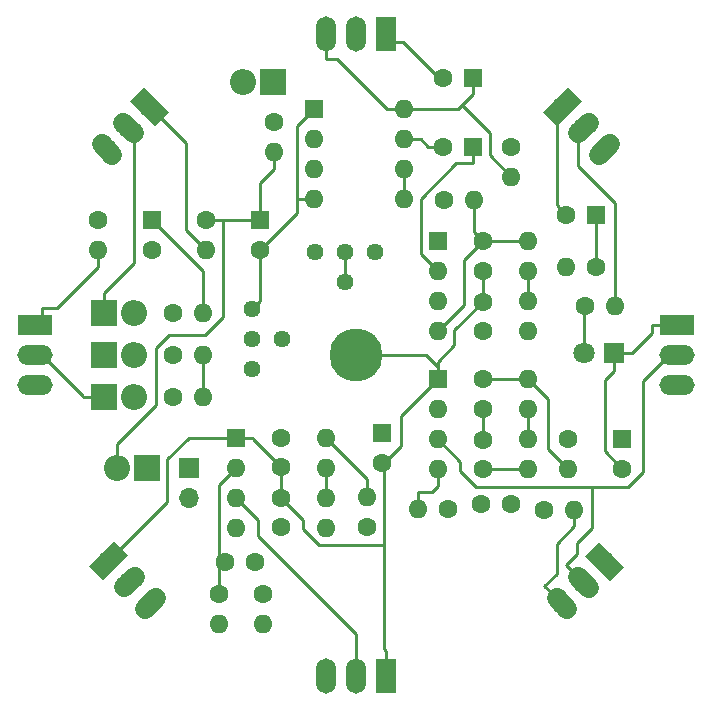
<source format=gbr>
G04 #@! TF.GenerationSoftware,KiCad,Pcbnew,5.0.2-bee76a0~70~ubuntu18.04.1*
G04 #@! TF.CreationDate,2019-07-08T10:40:53+02:00*
G04 #@! TF.ProjectId,neuromime_1.0.1,6e657572-6f6d-4696-9d65-5f312e302e31,rev?*
G04 #@! TF.SameCoordinates,Original*
G04 #@! TF.FileFunction,Copper,L1,Top*
G04 #@! TF.FilePolarity,Positive*
%FSLAX46Y46*%
G04 Gerber Fmt 4.6, Leading zero omitted, Abs format (unit mm)*
G04 Created by KiCad (PCBNEW 5.0.2-bee76a0~70~ubuntu18.04.1) date Mon 08 Jul 2019 10:40:53 AM CEST*
%MOMM*%
%LPD*%
G01*
G04 APERTURE LIST*
G04 #@! TA.AperFunction,ComponentPad*
%ADD10C,1.600000*%
G04 #@! TD*
G04 #@! TA.AperFunction,ComponentPad*
%ADD11R,1.600000X1.600000*%
G04 #@! TD*
G04 #@! TA.AperFunction,ComponentPad*
%ADD12O,1.700000X3.000000*%
G04 #@! TD*
G04 #@! TA.AperFunction,ComponentPad*
%ADD13R,1.700000X3.000000*%
G04 #@! TD*
G04 #@! TA.AperFunction,ComponentPad*
%ADD14C,1.700000*%
G04 #@! TD*
G04 #@! TA.AperFunction,Conductor*
%ADD15C,1.700000*%
G04 #@! TD*
G04 #@! TA.AperFunction,Conductor*
%ADD16C,0.150000*%
G04 #@! TD*
G04 #@! TA.AperFunction,ComponentPad*
%ADD17O,3.000000X1.700000*%
G04 #@! TD*
G04 #@! TA.AperFunction,ComponentPad*
%ADD18R,3.000000X1.700000*%
G04 #@! TD*
G04 #@! TA.AperFunction,ComponentPad*
%ADD19O,1.600000X1.600000*%
G04 #@! TD*
G04 #@! TA.AperFunction,ComponentPad*
%ADD20C,1.800000*%
G04 #@! TD*
G04 #@! TA.AperFunction,ComponentPad*
%ADD21R,1.800000X1.800000*%
G04 #@! TD*
G04 #@! TA.AperFunction,ComponentPad*
%ADD22O,2.200000X2.200000*%
G04 #@! TD*
G04 #@! TA.AperFunction,ComponentPad*
%ADD23R,2.200000X2.200000*%
G04 #@! TD*
G04 #@! TA.AperFunction,ComponentPad*
%ADD24O,1.700000X1.700000*%
G04 #@! TD*
G04 #@! TA.AperFunction,ComponentPad*
%ADD25R,1.700000X1.700000*%
G04 #@! TD*
G04 #@! TA.AperFunction,ComponentPad*
%ADD26C,1.440000*%
G04 #@! TD*
G04 #@! TA.AperFunction,ComponentPad*
%ADD27C,4.500000*%
G04 #@! TD*
G04 #@! TA.AperFunction,Conductor*
%ADD28C,0.250000*%
G04 #@! TD*
G04 APERTURE END LIST*
D10*
G04 #@! TO.P,C8,2*
G04 #@! TO.N,GND*
X167820000Y-38125500D03*
D11*
G04 #@! TO.P,C8,1*
G04 #@! TO.N,Net-(C8-Pad1)*
X170320000Y-38125500D03*
G04 #@! TD*
D10*
G04 #@! TO.P,C1,2*
G04 #@! TO.N,GND*
X157406000Y-26505000D03*
D11*
G04 #@! TO.P,C1,1*
G04 #@! TO.N,VCC*
X159906000Y-26505000D03*
G04 #@! TD*
D10*
G04 #@! TO.P,C4,2*
G04 #@! TO.N,GND*
X141872000Y-41070000D03*
D11*
G04 #@! TO.P,C4,1*
G04 #@! TO.N,refractory*
X141872000Y-38570000D03*
G04 #@! TD*
D10*
G04 #@! TO.P,C5,2*
G04 #@! TO.N,GND*
X132728000Y-41070000D03*
D11*
G04 #@! TO.P,C5,1*
G04 #@! TO.N,Net-(C5-Pad1)*
X132728000Y-38570000D03*
G04 #@! TD*
D10*
G04 #@! TO.P,C6,2*
G04 #@! TO.N,Net-(C6-Pad2)*
X157406000Y-32347000D03*
D11*
G04 #@! TO.P,C6,1*
G04 #@! TO.N,Net-(C6-Pad1)*
X159906000Y-32347000D03*
G04 #@! TD*
D10*
G04 #@! TO.P,C14,2*
G04 #@! TO.N,GND*
X172542000Y-59612000D03*
D11*
G04 #@! TO.P,C14,1*
G04 #@! TO.N,Net-(C14-Pad1)*
X172542000Y-57112000D03*
G04 #@! TD*
D10*
G04 #@! TO.P,C17,2*
G04 #@! TO.N,GND*
X152222000Y-59104000D03*
D11*
G04 #@! TO.P,C17,1*
G04 #@! TO.N,Net-(C17-Pad1)*
X152222000Y-56604000D03*
G04 #@! TD*
D12*
G04 #@! TO.P,K1,3*
G04 #@! TO.N,VCC*
X147460000Y-22807000D03*
G04 #@! TO.P,K1,2*
G04 #@! TO.N,Net-(D4-Pad1)*
X150000000Y-22807000D03*
D13*
G04 #@! TO.P,K1,1*
G04 #@! TO.N,GND*
X152540000Y-22807000D03*
G04 #@! TD*
D14*
G04 #@! TO.P,K2,3*
G04 #@! TO.N,VCC*
X128930279Y-32558483D03*
D15*
G04 #@! TD*
G04 #@! TO.N,VCC*
G04 #@! TO.C,K2*
X128470660Y-32098864D02*
X129389898Y-33018102D01*
D14*
G04 #@! TO.P,K2,2*
G04 #@! TO.N,Net-(D1-Pad1)*
X130726330Y-30762432D03*
D15*
G04 #@! TD*
G04 #@! TO.N,Net-(D1-Pad1)*
G04 #@! TO.C,K2*
X130266711Y-30302813D02*
X131185949Y-31222051D01*
D14*
G04 #@! TO.P,K2,1*
G04 #@! TO.N,GND*
X132522381Y-28966381D03*
D16*
G04 #@! TD*
G04 #@! TO.N,GND*
G04 #@! TO.C,K2*
G36*
X130860680Y-28506762D02*
X132062762Y-27304680D01*
X134184082Y-29426000D01*
X132982000Y-30628082D01*
X130860680Y-28506762D01*
X130860680Y-28506762D01*
G37*
D14*
G04 #@! TO.P,K3,3*
G04 #@! TO.N,VCC*
X132622483Y-71006221D03*
D15*
G04 #@! TD*
G04 #@! TO.N,VCC*
G04 #@! TO.C,K3*
X132162864Y-71465840D02*
X133082102Y-70546602D01*
D14*
G04 #@! TO.P,K3,2*
G04 #@! TO.N,Net-(D2-Pad1)*
X130826432Y-69210170D03*
D15*
G04 #@! TD*
G04 #@! TO.N,Net-(D2-Pad1)*
G04 #@! TO.C,K3*
X130366813Y-69669789D02*
X131286051Y-68750551D01*
D14*
G04 #@! TO.P,K3,1*
G04 #@! TO.N,GND*
X129030381Y-67414119D03*
D16*
G04 #@! TD*
G04 #@! TO.N,GND*
G04 #@! TO.C,K3*
G36*
X128570762Y-69075820D02*
X127368680Y-67873738D01*
X129490000Y-65752418D01*
X130692082Y-66954500D01*
X128570762Y-69075820D01*
X128570762Y-69075820D01*
G37*
D17*
G04 #@! TO.P,K4,3*
G04 #@! TO.N,VCC*
X122807000Y-52540000D03*
G04 #@! TO.P,K4,2*
G04 #@! TO.N,Net-(D3-Pad1)*
X122807000Y-50000000D03*
D18*
G04 #@! TO.P,K4,1*
G04 #@! TO.N,GND*
X122807000Y-47460000D03*
G04 #@! TD*
D19*
G04 #@! TO.P,R2,1*
G04 #@! TO.N,Net-(C5-Pad1)*
X137046000Y-50000000D03*
D10*
G04 #@! TO.P,R2,2*
G04 #@! TO.N,Net-(D2-Pad2)*
X134506000Y-50000000D03*
G04 #@! TD*
D19*
G04 #@! TO.P,R1,1*
G04 #@! TO.N,Net-(C5-Pad1)*
X137046000Y-46444000D03*
D10*
G04 #@! TO.P,R1,2*
G04 #@! TO.N,Net-(D1-Pad2)*
X134506000Y-46444000D03*
G04 #@! TD*
D19*
G04 #@! TO.P,R3,1*
G04 #@! TO.N,Net-(C5-Pad1)*
X137046000Y-53556000D03*
D10*
G04 #@! TO.P,R3,2*
G04 #@! TO.N,Net-(D3-Pad2)*
X134506000Y-53556000D03*
G04 #@! TD*
D19*
G04 #@! TO.P,R4,1*
G04 #@! TO.N,refractory*
X143078000Y-32791500D03*
D10*
G04 #@! TO.P,R4,2*
G04 #@! TO.N,Net-(D4-Pad2)*
X143078000Y-30251500D03*
G04 #@! TD*
D20*
G04 #@! TO.P,D6,2*
G04 #@! TO.N,Net-(D6-Pad2)*
X169304000Y-49809500D03*
D21*
G04 #@! TO.P,D6,1*
G04 #@! TO.N,GND*
X171844000Y-49809500D03*
G04 #@! TD*
D22*
G04 #@! TO.P,D5,2*
G04 #@! TO.N,refractory*
X129744000Y-59525000D03*
D23*
G04 #@! TO.P,D5,1*
G04 #@! TO.N,Net-(D5-Pad1)*
X132284000Y-59525000D03*
G04 #@! TD*
D22*
G04 #@! TO.P,D4,2*
G04 #@! TO.N,Net-(D4-Pad2)*
X140475000Y-26886000D03*
D23*
G04 #@! TO.P,D4,1*
G04 #@! TO.N,Net-(D4-Pad1)*
X143015000Y-26886000D03*
G04 #@! TD*
G04 #@! TO.P,D3,1*
G04 #@! TO.N,Net-(D3-Pad1)*
X128664000Y-53556000D03*
D22*
G04 #@! TO.P,D3,2*
G04 #@! TO.N,Net-(D3-Pad2)*
X131204000Y-53556000D03*
G04 #@! TD*
D24*
G04 #@! TO.P,W3,2*
G04 #@! TO.N,Net-(P5-Pad2)*
X135903000Y-62065000D03*
D25*
G04 #@! TO.P,W3,1*
G04 #@! TO.N,Net-(D5-Pad1)*
X135903000Y-59525000D03*
G04 #@! TD*
D19*
G04 #@! TO.P,U4,8*
G04 #@! TO.N,VCC*
X147460000Y-56985000D03*
G04 #@! TO.P,U4,4*
X139840000Y-64605000D03*
G04 #@! TO.P,U4,7*
G04 #@! TO.N,Net-(C17-Pad1)*
X147460000Y-59525000D03*
G04 #@! TO.P,U4,3*
G04 #@! TO.N,Net-(P5-Pad2)*
X139840000Y-62065000D03*
G04 #@! TO.P,U4,6*
G04 #@! TO.N,Net-(C17-Pad1)*
X147460000Y-62065000D03*
G04 #@! TO.P,U4,2*
G04 #@! TO.N,Net-(C11-Pad1)*
X139840000Y-59525000D03*
G04 #@! TO.P,U4,5*
G04 #@! TO.N,Net-(C16-Pad1)*
X147460000Y-64605000D03*
D11*
G04 #@! TO.P,U4,1*
G04 #@! TO.N,GND*
X139840000Y-56985000D03*
G04 #@! TD*
D19*
G04 #@! TO.P,R14,2*
G04 #@! TO.N,VCC*
X167970000Y-59652000D03*
D10*
G04 #@! TO.P,R14,1*
G04 #@! TO.N,Net-(C14-Pad1)*
X167970000Y-57112000D03*
G04 #@! TD*
G04 #@! TO.P,C11,2*
G04 #@! TO.N,Net-(C10-Pad2)*
X141451000Y-67526000D03*
G04 #@! TO.P,C11,1*
G04 #@! TO.N,Net-(C11-Pad1)*
X138951000Y-67526000D03*
G04 #@! TD*
G04 #@! TO.P,C12,2*
G04 #@! TO.N,GND*
X160732000Y-54532000D03*
G04 #@! TO.P,C12,1*
G04 #@! TO.N,VCC*
X160732000Y-52032000D03*
G04 #@! TD*
G04 #@! TO.P,C13,2*
G04 #@! TO.N,GND*
X160732000Y-42848000D03*
G04 #@! TO.P,C13,1*
G04 #@! TO.N,VCC*
X160732000Y-40348000D03*
G04 #@! TD*
G04 #@! TO.P,C15,2*
G04 #@! TO.N,GND*
X160732000Y-57152000D03*
G04 #@! TO.P,C15,1*
G04 #@! TO.N,Net-(C15-Pad1)*
X160732000Y-59652000D03*
G04 #@! TD*
G04 #@! TO.P,C16,2*
G04 #@! TO.N,GND*
X143650000Y-62065000D03*
G04 #@! TO.P,C16,1*
G04 #@! TO.N,Net-(C16-Pad1)*
X143650000Y-64565000D03*
G04 #@! TD*
D19*
G04 #@! TO.P,U1,8*
G04 #@! TO.N,VCC*
X154064000Y-29172000D03*
G04 #@! TO.P,U1,4*
G04 #@! TO.N,GND*
X146444000Y-36792000D03*
G04 #@! TO.P,U1,7*
G04 #@! TO.N,Net-(C6-Pad2)*
X154064000Y-31712000D03*
G04 #@! TO.P,U1,3*
G04 #@! TO.N,Net-(C5-Pad1)*
X146444000Y-34252000D03*
G04 #@! TO.P,U1,6*
G04 #@! TO.N,Net-(U1-Pad5)*
X154064000Y-34252000D03*
G04 #@! TO.P,U1,2*
G04 #@! TO.N,refractory*
X146444000Y-31712000D03*
G04 #@! TO.P,U1,5*
G04 #@! TO.N,Net-(U1-Pad5)*
X154064000Y-36792000D03*
D11*
G04 #@! TO.P,U1,1*
G04 #@! TO.N,GND*
X146444000Y-29172000D03*
G04 #@! TD*
D19*
G04 #@! TO.P,U2,8*
G04 #@! TO.N,VCC*
X164542000Y-40348000D03*
G04 #@! TO.P,U2,4*
X156922000Y-47968000D03*
G04 #@! TO.P,U2,7*
G04 #@! TO.N,Net-(C8-Pad1)*
X164542000Y-42888000D03*
G04 #@! TO.P,U2,3*
G04 #@! TO.N,Net-(C10-Pad2)*
X156922000Y-45428000D03*
G04 #@! TO.P,U2,6*
G04 #@! TO.N,Net-(C8-Pad1)*
X164542000Y-45428000D03*
G04 #@! TO.P,U2,2*
G04 #@! TO.N,Net-(C6-Pad1)*
X156922000Y-42888000D03*
G04 #@! TO.P,U2,5*
G04 #@! TO.N,Net-(C9-Pad1)*
X164542000Y-47968000D03*
D11*
G04 #@! TO.P,U2,1*
G04 #@! TO.N,GND*
X156922000Y-40348000D03*
G04 #@! TD*
D19*
G04 #@! TO.P,U3,8*
G04 #@! TO.N,VCC*
X164542000Y-52032000D03*
G04 #@! TO.P,U3,4*
X156922000Y-59652000D03*
G04 #@! TO.P,U3,7*
G04 #@! TO.N,Net-(C14-Pad1)*
X164542000Y-54572000D03*
G04 #@! TO.P,U3,3*
G04 #@! TO.N,Net-(P2-Pad2)*
X156922000Y-57112000D03*
G04 #@! TO.P,U3,6*
G04 #@! TO.N,Net-(C14-Pad1)*
X164542000Y-57112000D03*
G04 #@! TO.P,U3,2*
G04 #@! TO.N,Net-(C10-Pad1)*
X156922000Y-54572000D03*
G04 #@! TO.P,U3,5*
G04 #@! TO.N,Net-(C15-Pad1)*
X164542000Y-59652000D03*
D11*
G04 #@! TO.P,U3,1*
G04 #@! TO.N,GND*
X156922000Y-52032000D03*
G04 #@! TD*
D19*
G04 #@! TO.P,R12,2*
G04 #@! TO.N,VCC*
X155270000Y-63017500D03*
D10*
G04 #@! TO.P,R12,1*
G04 #@! TO.N,Net-(C10-Pad1)*
X157810000Y-63017500D03*
G04 #@! TD*
D19*
G04 #@! TO.P,R13,2*
G04 #@! TO.N,VCC*
X138443000Y-72796500D03*
D10*
G04 #@! TO.P,R13,1*
G04 #@! TO.N,Net-(C11-Pad1)*
X138443000Y-70256500D03*
G04 #@! TD*
D19*
G04 #@! TO.P,R10,2*
G04 #@! TO.N,VCC*
X168478000Y-63081000D03*
D10*
G04 #@! TO.P,R10,1*
G04 #@! TO.N,Net-(C10-Pad2)*
X165938000Y-63081000D03*
G04 #@! TD*
D19*
G04 #@! TO.P,R15,2*
G04 #@! TO.N,Net-(P2-Pad2)*
X171908000Y-45809000D03*
D10*
G04 #@! TO.P,R15,1*
G04 #@! TO.N,Net-(D6-Pad2)*
X169368000Y-45809000D03*
G04 #@! TD*
G04 #@! TO.P,C7,2*
G04 #@! TO.N,GND*
X143650000Y-59485000D03*
G04 #@! TO.P,C7,1*
G04 #@! TO.N,VCC*
X143650000Y-56985000D03*
G04 #@! TD*
G04 #@! TO.P,C9,2*
G04 #@! TO.N,GND*
X160732000Y-45468000D03*
G04 #@! TO.P,C9,1*
G04 #@! TO.N,Net-(C9-Pad1)*
X160732000Y-47968000D03*
G04 #@! TD*
G04 #@! TO.P,C10,2*
G04 #@! TO.N,Net-(C10-Pad2)*
X163104000Y-62636500D03*
G04 #@! TO.P,C10,1*
G04 #@! TO.N,Net-(C10-Pad1)*
X160604000Y-62636500D03*
G04 #@! TD*
D19*
G04 #@! TO.P,R11,2*
G04 #@! TO.N,VCC*
X142126000Y-72796500D03*
D10*
G04 #@! TO.P,R11,1*
G04 #@! TO.N,Net-(C10-Pad2)*
X142126000Y-70256500D03*
G04 #@! TD*
D19*
G04 #@! TO.P,R16,2*
G04 #@! TO.N,VCC*
X150952000Y-62001500D03*
D10*
G04 #@! TO.P,R16,1*
G04 #@! TO.N,Net-(C17-Pad1)*
X150952000Y-64541500D03*
G04 #@! TD*
D23*
G04 #@! TO.P,D2,1*
G04 #@! TO.N,Net-(D2-Pad1)*
X128664000Y-50000000D03*
D22*
G04 #@! TO.P,D2,2*
G04 #@! TO.N,Net-(D2-Pad2)*
X131204000Y-50000000D03*
G04 #@! TD*
G04 #@! TO.P,D1,2*
G04 #@! TO.N,Net-(D1-Pad2)*
X131204000Y-46444000D03*
D23*
G04 #@! TO.P,D1,1*
G04 #@! TO.N,Net-(D1-Pad1)*
X128664000Y-46444000D03*
G04 #@! TD*
D19*
G04 #@! TO.P,R9,2*
G04 #@! TO.N,VCC*
X167780000Y-42507000D03*
D10*
G04 #@! TO.P,R9,1*
G04 #@! TO.N,Net-(C8-Pad1)*
X170320000Y-42507000D03*
G04 #@! TD*
D19*
G04 #@! TO.P,R5,2*
G04 #@! TO.N,GND*
X137300000Y-41110000D03*
D10*
G04 #@! TO.P,R5,1*
G04 #@! TO.N,refractory*
X137300000Y-38570000D03*
G04 #@! TD*
D19*
G04 #@! TO.P,R7,2*
G04 #@! TO.N,VCC*
X159970000Y-36855500D03*
D10*
G04 #@! TO.P,R7,1*
G04 #@! TO.N,Net-(C6-Pad2)*
X157430000Y-36855500D03*
G04 #@! TD*
D19*
G04 #@! TO.P,R8,2*
G04 #@! TO.N,VCC*
X163144000Y-34887000D03*
D10*
G04 #@! TO.P,R8,1*
G04 #@! TO.N,Net-(C6-Pad1)*
X163144000Y-32347000D03*
G04 #@! TD*
D19*
G04 #@! TO.P,R6,2*
G04 #@! TO.N,GND*
X128156000Y-41110000D03*
D10*
G04 #@! TO.P,R6,1*
G04 #@! TO.N,Net-(C5-Pad1)*
X128156000Y-38570000D03*
G04 #@! TD*
D14*
G04 #@! TO.P,P2,3*
G04 #@! TO.N,VCC*
X171069721Y-32558483D03*
D15*
G04 #@! TD*
G04 #@! TO.N,VCC*
G04 #@! TO.C,P2*
X170610102Y-33018102D02*
X171529340Y-32098864D01*
D14*
G04 #@! TO.P,P2,2*
G04 #@! TO.N,Net-(P2-Pad2)*
X169273670Y-30762432D03*
D15*
G04 #@! TD*
G04 #@! TO.N,Net-(P2-Pad2)*
G04 #@! TO.C,P2*
X168814051Y-31222051D02*
X169733289Y-30302813D01*
D14*
G04 #@! TO.P,P2,1*
G04 #@! TO.N,GND*
X167477619Y-28966381D03*
D16*
G04 #@! TD*
G04 #@! TO.N,GND*
G04 #@! TO.C,P2*
G36*
X167018000Y-30628082D02*
X165815918Y-29426000D01*
X167937238Y-27304680D01*
X169139320Y-28506762D01*
X167018000Y-30628082D01*
X167018000Y-30628082D01*
G37*
D18*
G04 #@! TO.P,P3,1*
G04 #@! TO.N,GND*
X177193000Y-47460000D03*
D17*
G04 #@! TO.P,P3,2*
G04 #@! TO.N,Net-(P2-Pad2)*
X177193000Y-50000000D03*
G04 #@! TO.P,P3,3*
G04 #@! TO.N,VCC*
X177193000Y-52539999D03*
G04 #@! TD*
D14*
G04 #@! TO.P,P4,3*
G04 #@! TO.N,VCC*
X167459517Y-71051621D03*
D15*
G04 #@! TD*
G04 #@! TO.N,VCC*
G04 #@! TO.C,P4*
X166999898Y-70592002D02*
X167919136Y-71511240D01*
D14*
G04 #@! TO.P,P4,2*
G04 #@! TO.N,Net-(P2-Pad2)*
X169255568Y-69255570D03*
D15*
G04 #@! TD*
G04 #@! TO.N,Net-(P2-Pad2)*
G04 #@! TO.C,P4*
X168795949Y-68795951D02*
X169715187Y-69715189D01*
D14*
G04 #@! TO.P,P4,1*
G04 #@! TO.N,GND*
X171051619Y-67459519D03*
D16*
G04 #@! TD*
G04 #@! TO.N,GND*
G04 #@! TO.C,P4*
G36*
X169389918Y-66999900D02*
X170592000Y-65797818D01*
X172713320Y-67919138D01*
X171511238Y-69121220D01*
X169389918Y-66999900D01*
X169389918Y-66999900D01*
G37*
D13*
G04 #@! TO.P,P5,1*
G04 #@! TO.N,GND*
X152540000Y-77193000D03*
D12*
G04 #@! TO.P,P5,2*
G04 #@! TO.N,Net-(P5-Pad2)*
X150000000Y-77193000D03*
G04 #@! TO.P,P5,3*
G04 #@! TO.N,VCC*
X147460001Y-77193000D03*
G04 #@! TD*
D26*
G04 #@! TO.P,RV1,2*
G04 #@! TO.N,refractory*
X149111000Y-41237000D03*
G04 #@! TO.P,RV1,1*
G04 #@! TO.N,GND*
X151651000Y-41237000D03*
G04 #@! TO.P,RV1,2*
G04 #@! TO.N,refractory*
X149111000Y-43777000D03*
G04 #@! TO.P,RV1,3*
G04 #@! TO.N,VCC*
X146571000Y-41237000D03*
G04 #@! TD*
G04 #@! TO.P,RV2,3*
G04 #@! TO.N,VCC*
X141237000Y-51143000D03*
G04 #@! TO.P,RV2,2*
G04 #@! TO.N,Net-(C5-Pad1)*
X143777000Y-48603000D03*
G04 #@! TO.P,RV2,1*
G04 #@! TO.N,GND*
X141237000Y-46063000D03*
G04 #@! TO.P,RV2,2*
G04 #@! TO.N,Net-(C5-Pad1)*
X141237000Y-48603000D03*
G04 #@! TD*
D27*
G04 #@! TO.P,P1,1*
G04 #@! TO.N,GND*
X150000000Y-50000000D03*
G04 #@! TD*
D28*
G04 #@! TO.N,GND*
X152381000Y-66066300D02*
X152381000Y-74908900D01*
X152381000Y-74908900D02*
X152540000Y-75067900D01*
X152381000Y-59104000D02*
X152381000Y-66066300D01*
X152381000Y-66066300D02*
X146865100Y-66066300D01*
X146865100Y-66066300D02*
X145555000Y-64756200D01*
X145555000Y-64756200D02*
X145555000Y-63970000D01*
X145555000Y-63970000D02*
X143650000Y-62065000D01*
X152540000Y-76543000D02*
X152540000Y-75067900D01*
X152381000Y-59104000D02*
X153781300Y-57703700D01*
X153781300Y-57703700D02*
X153781300Y-55172700D01*
X153781300Y-55172700D02*
X156922000Y-52032000D01*
X152222000Y-59104000D02*
X152381000Y-59104000D01*
X171844000Y-49809500D02*
X171844000Y-51334600D01*
X172542000Y-59612000D02*
X171082900Y-58152900D01*
X171082900Y-58152900D02*
X171082900Y-52095700D01*
X171082900Y-52095700D02*
X171844000Y-51334600D01*
X176543000Y-47460000D02*
X175067900Y-47460000D01*
X171844000Y-49809500D02*
X173369100Y-49809500D01*
X175067900Y-47460000D02*
X175067900Y-48110700D01*
X175067900Y-48110700D02*
X173369100Y-49809500D01*
X139840000Y-56985000D02*
X135843900Y-56985000D01*
X135843900Y-56985000D02*
X134018400Y-58810500D01*
X134018400Y-58810500D02*
X134018400Y-62426100D01*
X134018400Y-62426100D02*
X129490000Y-66954500D01*
X152540000Y-23457000D02*
X154015100Y-23457000D01*
X157406000Y-26505000D02*
X157063100Y-26505000D01*
X157063100Y-26505000D02*
X154015100Y-23457000D01*
X145018900Y-36792000D02*
X145018900Y-30597100D01*
X145018900Y-30597100D02*
X146444000Y-29172000D01*
X145206500Y-36792000D02*
X145018900Y-36792000D01*
X146444000Y-36792000D02*
X145206500Y-36792000D01*
X141872000Y-41070000D02*
X145018900Y-37923100D01*
X145018900Y-37923100D02*
X145018900Y-36792000D01*
X141237000Y-46063000D02*
X141872000Y-45428000D01*
X141872000Y-45428000D02*
X141872000Y-41070000D01*
X139840000Y-56985000D02*
X141265100Y-56985000D01*
X141265100Y-56985000D02*
X141265100Y-57100100D01*
X141265100Y-57100100D02*
X143650000Y-59485000D01*
X123457000Y-47460000D02*
X123457000Y-45984900D01*
X128156000Y-41110000D02*
X128156000Y-42535100D01*
X128156000Y-42535100D02*
X124706200Y-45984900D01*
X124706200Y-45984900D02*
X123457000Y-45984900D01*
X132982000Y-29426000D02*
X135586700Y-32030700D01*
X135586700Y-32030700D02*
X135586700Y-39396700D01*
X135586700Y-39396700D02*
X137300000Y-41110000D01*
X156922000Y-52032000D02*
X156922000Y-50606900D01*
X156922000Y-50606900D02*
X158347100Y-49181800D01*
X158347100Y-49181800D02*
X158347100Y-47852900D01*
X158347100Y-47852900D02*
X160732000Y-45468000D01*
X160732000Y-57152000D02*
X160732000Y-54532000D01*
X143650000Y-59485000D02*
X143650000Y-62065000D01*
X160732000Y-45468000D02*
X160732000Y-42848000D01*
X167018000Y-29426000D02*
X167018000Y-37323500D01*
X167018000Y-37323500D02*
X167820000Y-38125500D01*
X155940000Y-50000000D02*
X156922000Y-50982000D01*
X156922000Y-50982000D02*
X156922000Y-52032000D01*
X150000000Y-50000000D02*
X155940000Y-50000000D01*
G04 #@! TO.N,VCC*
X166999900Y-70592000D02*
X165956900Y-69548900D01*
X168478000Y-63081000D02*
X168478000Y-64506100D01*
X168478000Y-64506100D02*
X166999900Y-65984200D01*
X166999900Y-65984200D02*
X166999900Y-68505900D01*
X166999900Y-68505900D02*
X165956900Y-69548900D01*
X160732000Y-40348000D02*
X159143900Y-41936100D01*
X159143900Y-41936100D02*
X159143900Y-45746100D01*
X159143900Y-45746100D02*
X156922000Y-47968000D01*
X155270000Y-63017500D02*
X155270000Y-61592400D01*
X156922000Y-59652000D02*
X156922000Y-61077100D01*
X155270000Y-61592400D02*
X156406700Y-61592400D01*
X156406700Y-61592400D02*
X156922000Y-61077100D01*
X164542000Y-52032000D02*
X160732000Y-52032000D01*
X167970000Y-59652000D02*
X166256000Y-57938000D01*
X166256000Y-57938000D02*
X166256000Y-53746000D01*
X166256000Y-53746000D02*
X164542000Y-52032000D01*
X147460000Y-56985000D02*
X150952000Y-60477000D01*
X150952000Y-60477000D02*
X150952000Y-62001500D01*
X147460000Y-23457000D02*
X147460000Y-24932100D01*
X154064000Y-29172000D02*
X152638900Y-29172000D01*
X152638900Y-29172000D02*
X148399000Y-24932100D01*
X148399000Y-24932100D02*
X147460000Y-24932100D01*
X158974600Y-28861500D02*
X158664100Y-29172000D01*
X158664100Y-29172000D02*
X154064000Y-29172000D01*
X160732000Y-40348000D02*
X163116900Y-40348000D01*
X164542000Y-40348000D02*
X163116900Y-40348000D01*
X160732000Y-40348000D02*
X159970000Y-39586000D01*
X159970000Y-39586000D02*
X159970000Y-36855500D01*
X159906000Y-27742500D02*
X159906000Y-27930100D01*
X159906000Y-27930100D02*
X158974600Y-28861500D01*
X158974600Y-28861500D02*
X161331100Y-31218000D01*
X161331100Y-31218000D02*
X161331100Y-33074100D01*
X161331100Y-33074100D02*
X163144000Y-34887000D01*
X159906000Y-26505000D02*
X159906000Y-27742500D01*
G04 #@! TO.N,refractory*
X149111000Y-43777000D02*
X149111000Y-41237000D01*
X138728700Y-38570000D02*
X137300000Y-38570000D01*
X141872000Y-38570000D02*
X138728700Y-38570000D01*
X138728700Y-38570000D02*
X138728700Y-46779700D01*
X138728700Y-46779700D02*
X137210600Y-48297800D01*
X137210600Y-48297800D02*
X134187800Y-48297800D01*
X134187800Y-48297800D02*
X133067100Y-49418500D01*
X133067100Y-49418500D02*
X133067100Y-54214600D01*
X133067100Y-54214600D02*
X129744000Y-57537700D01*
X129744000Y-57537700D02*
X129744000Y-59525000D01*
X141872000Y-38570000D02*
X141872000Y-35422600D01*
X141872000Y-35422600D02*
X143078000Y-34216600D01*
X143078000Y-32791500D02*
X143078000Y-34216600D01*
G04 #@! TO.N,Net-(C5-Pad1)*
X137046000Y-50000000D02*
X137046000Y-53556000D01*
X132728000Y-38570000D02*
X137046000Y-42888000D01*
X137046000Y-42888000D02*
X137046000Y-46444000D01*
G04 #@! TO.N,Net-(C6-Pad1)*
X159906000Y-32347000D02*
X159906000Y-33772100D01*
X159906000Y-33772100D02*
X158480900Y-33772100D01*
X158480900Y-33772100D02*
X155496800Y-36756200D01*
X155496800Y-36756200D02*
X155496800Y-41462800D01*
X155496800Y-41462800D02*
X156922000Y-42888000D01*
G04 #@! TO.N,Net-(C6-Pad2)*
X154064000Y-31712000D02*
X155489100Y-31712000D01*
X157406000Y-32347000D02*
X156124100Y-32347000D01*
X156124100Y-32347000D02*
X155489100Y-31712000D01*
G04 #@! TO.N,Net-(C8-Pad1)*
X164542000Y-45428000D02*
X164542000Y-42888000D01*
X170320000Y-38125500D02*
X170320000Y-42507000D01*
G04 #@! TO.N,Net-(C11-Pad1)*
X138951000Y-67526000D02*
X138385800Y-66960800D01*
X138385800Y-66960800D02*
X138385800Y-60979200D01*
X138385800Y-60979200D02*
X139840000Y-59525000D01*
X138951000Y-67526000D02*
X138443000Y-68034000D01*
X138443000Y-68034000D02*
X138443000Y-70256500D01*
G04 #@! TO.N,Net-(C15-Pad1)*
X160732000Y-59652000D02*
X164542000Y-59652000D01*
G04 #@! TO.N,Net-(C17-Pad1)*
X147460000Y-62065000D02*
X147460000Y-59525000D01*
G04 #@! TO.N,Net-(D1-Pad1)*
X128664000Y-46444000D02*
X128664000Y-44718900D01*
X128664000Y-44718900D02*
X131185900Y-42197000D01*
X131185900Y-42197000D02*
X131185900Y-31222100D01*
G04 #@! TO.N,Net-(D3-Pad1)*
X128664000Y-53556000D02*
X126938900Y-53556000D01*
X126938900Y-53556000D02*
X126938900Y-53481900D01*
X126938900Y-53481900D02*
X123457000Y-50000000D01*
G04 #@! TO.N,Net-(D6-Pad2)*
X169368000Y-45809000D02*
X169304000Y-45873000D01*
X169304000Y-45873000D02*
X169304000Y-49809500D01*
G04 #@! TO.N,Net-(P2-Pad2)*
X171908000Y-45809000D02*
X171908000Y-37077300D01*
X171908000Y-37077300D02*
X168814100Y-33983400D01*
X168814100Y-33983400D02*
X168814100Y-31222100D01*
X169968800Y-61144200D02*
X160174900Y-61144200D01*
X160174900Y-61144200D02*
X158827000Y-59796300D01*
X158827000Y-59796300D02*
X158827000Y-59017000D01*
X158827000Y-59017000D02*
X156922000Y-57112000D01*
X167752900Y-67752900D02*
X168697400Y-66808400D01*
X168697400Y-66808400D02*
X168697400Y-65946300D01*
X168697400Y-65946300D02*
X169968800Y-64674900D01*
X169968800Y-64674900D02*
X169968800Y-61144200D01*
X176543000Y-50000000D02*
X174329900Y-52213100D01*
X174329900Y-52213100D02*
X174329900Y-59868100D01*
X174329900Y-59868100D02*
X173053800Y-61144200D01*
X173053800Y-61144200D02*
X169968800Y-61144200D01*
X168795900Y-68796000D02*
X167752900Y-67752900D01*
G04 #@! TO.N,Net-(P5-Pad2)*
X150000000Y-76543000D02*
X150000000Y-73602400D01*
X150000000Y-73602400D02*
X141745000Y-65347400D01*
X141745000Y-65347400D02*
X141745000Y-63970000D01*
X141745000Y-63970000D02*
X139840000Y-62065000D01*
G04 #@! TO.N,Net-(U1-Pad5)*
X154064000Y-36792000D02*
X154064000Y-34252000D01*
G04 #@! TO.N,Net-(C14-Pad1)*
X164542000Y-57112000D02*
X164542000Y-54572000D01*
G04 #@! TD*
M02*

</source>
